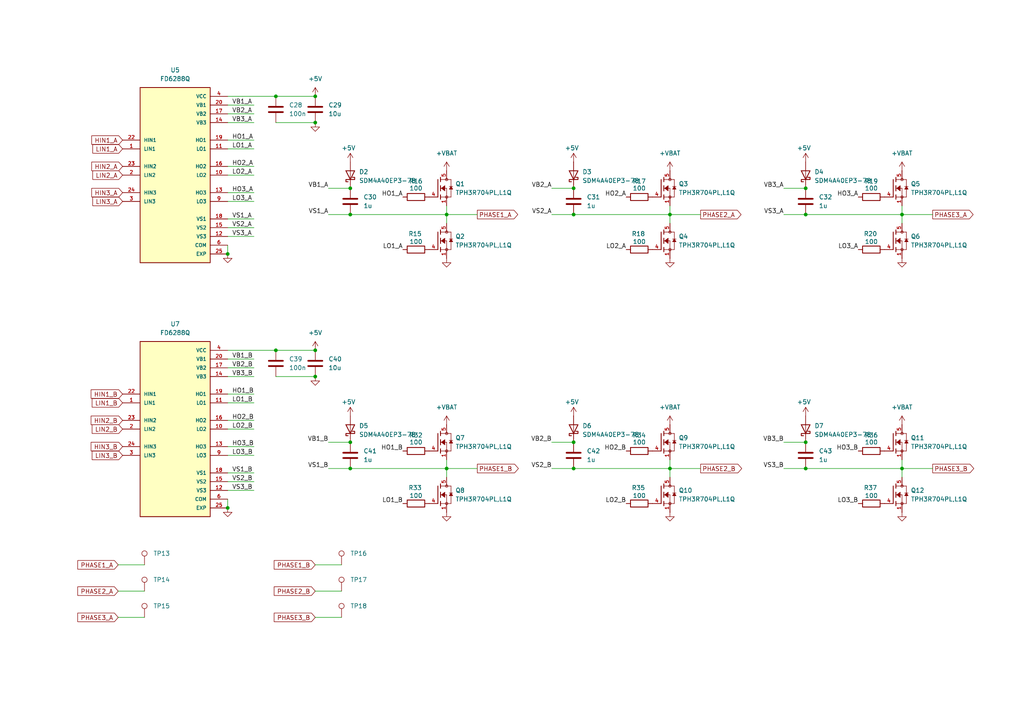
<source format=kicad_sch>
(kicad_sch (version 20231120) (generator "eeschema") (generator_version "8.0")
  (paper "A4")
  (lib_symbols
    (symbol "Connector:TestPoint" (pin_numbers hide) (pin_names (offset 0.762) hide)
      (property "Reference" "TP" (at 0 6.858 0))
      (property "Value" "TestPoint" (at 0 5.08 0))
      (symbol "TestPoint_0_1"
        (circle (center 0 3.302) (radius 0.762))
      )
      (symbol "TestPoint_1_1"
        (pin passive line (at 0 0 90) (length 2.54) (name "1") (number "1"))
      )
    )
    (symbol "Device:C" (pin_numbers hide) (pin_names (offset 0.254))
      (property "Reference" "C" (at 0.635 2.54 0))
      (property "Value" "C" (at 0.635 -2.54 0))
      (symbol "C_0_1"
        (polyline (pts (xy -2.032 -0.762) (xy 2.032 -0.762)) (stroke (width 0.508)))
        (polyline (pts (xy -2.032 0.762) (xy 2.032 0.762)) (stroke (width 0.508)))
      )
      (symbol "C_1_1"
        (pin passive line (at 0 3.81 270) (length 2.794) (name "~") (number "1"))
        (pin passive line (at 0 -3.81 90) (length 2.794) (name "~") (number "2"))
      )
    )
    (symbol "Device:D_Schottky" (pin_numbers hide) (pin_names (offset 1.016) hide)
      (property "Reference" "D" (at 0 2.54 0))
      (property "Value" "D_Schottky" (at 0 -2.54 0))
      (symbol "D_Schottky_0_1"
        (polyline (pts (xy 1.27 0) (xy -1.27 0)))
        (polyline (pts (xy 1.27 1.27) (xy 1.27 -1.27) (xy -1.27 0) (xy 1.27 1.27)) (stroke (width 0.254)))
        (polyline (pts (xy -1.905 0.635) (xy -1.905 1.27) (xy -1.27 1.27) (xy -1.27 -1.27) (xy -0.635 -1.27) (xy -0.635 -0.635)) (stroke (width 0.254)))
      )
      (symbol "D_Schottky_1_1"
        (pin passive line (at -3.81 0 0) (length 2.54) (name "K") (number "1"))
        (pin passive line (at 3.81 0 180) (length 2.54) (name "A") (number "2"))
      )
    )
    (symbol "Device:R" (pin_numbers hide) (pin_names (offset 0))
      (property "Reference" "R" (at 2.032 0 90))
      (property "Value" "R" (at 0 0 90))
      (symbol "R_0_1"
        (rectangle (start -1.016 -2.54) (end 1.016 2.54) (stroke (width 0.254)))
      )
      (symbol "R_1_1"
        (pin passive line (at 0 3.81 270) (length 1.27) (name "~") (number "1"))
        (pin passive line (at 0 -3.81 90) (length 1.27) (name "~") (number "2"))
      )
    )
    (symbol "ProjectLibrary:FD6288Q" (pin_names (offset 1.016))
      (property "Reference" "U" (at -10.16 26.035 0))
      (property "Value" "FD6288Q" (at -10.16 -27.94 0))
      (symbol "FD6288Q_0_0"
        (rectangle (start -10.16 -25.4) (end 10.16 25.4) (stroke (width 0.254)) (fill (type background)))
        (pin input line (at -15.24 7.62 0) (length 5.08) (name "LIN1") (number "1"))
        (pin output line (at 15.24 0 180) (length 5.08) (name "LO2") (number "10"))
        (pin output line (at 15.24 7.62 180) (length 5.08) (name "LO1") (number "11"))
        (pin power_in line (at 15.24 -17.78 180) (length 5.08) (name "VS3") (number "12"))
        (pin output line (at 15.24 -5.08 180) (length 5.08) (name "HO3") (number "13"))
        (pin power_in line (at 15.24 15.24 180) (length 5.08) (name "VB3") (number "14"))
        (pin power_in line (at 15.24 -15.24 180) (length 5.08) (name "VS2") (number "15"))
        (pin output line (at 15.24 2.54 180) (length 5.08) (name "HO2") (number "16"))
        (pin power_in line (at 15.24 17.78 180) (length 5.08) (name "VB2") (number "17"))
        (pin power_in line (at 15.24 -12.7 180) (length 5.08) (name "VS1") (number "18"))
        (pin output line (at 15.24 10.16 180) (length 5.08) (name "HO1") (number "19"))
        (pin input line (at -15.24 0 0) (length 5.08) (name "LIN2") (number "2"))
        (pin power_in line (at 15.24 20.32 180) (length 5.08) (name "VB1") (number "20"))
        (pin input line (at -15.24 10.16 0) (length 5.08) (name "HIN1") (number "22"))
        (pin input line (at -15.24 2.54 0) (length 5.08) (name "HIN2") (number "23"))
        (pin input line (at -15.24 -5.08 0) (length 5.08) (name "HIN3") (number "24"))
        (pin power_in line (at 15.24 -22.86 180) (length 5.08) (name "EXP") (number "25"))
        (pin input line (at -15.24 -7.62 0) (length 5.08) (name "LIN3") (number "3"))
        (pin power_in line (at 15.24 22.86 180) (length 5.08) (name "VCC") (number "4"))
        (pin power_in line (at 15.24 -20.32 180) (length 5.08) (name "COM") (number "6"))
        (pin output line (at 15.24 -7.62 180) (length 5.08) (name "LO3") (number "9"))
      )
    )
    (symbol "ProjectLibrary:TPHR8504PL_L1Q" (pin_names (offset 1.016))
      (property "Reference" "Q" (at 2.286 2.286 0))
      (property "Value" "TPHR8504PL_L1Q" (at -11.43 -7.62 0))
      (symbol "TPHR8504PL_L1Q_0_0"
        (circle (center 0 -2.54) (radius 0.3592))
        (polyline (pts (xy -2.54 2.54) (xy -2.54 -2.54)) (stroke (width 0.254)))
        (polyline (pts (xy -1.778 -2.54) (xy -1.778 -3.175)) (stroke (width 0.254)))
        (polyline (pts (xy -1.778 -1.905) (xy -1.778 -2.54)) (stroke (width 0.254)))
        (polyline (pts (xy -1.778 0) (xy -1.778 -0.762)) (stroke (width 0.254)))
        (polyline (pts (xy -1.778 0) (xy 0 0)) (stroke (width 0.1524)))
        (polyline (pts (xy -1.778 0.762) (xy -1.778 0)) (stroke (width 0.254)))
        (polyline (pts (xy -1.778 2.54) (xy -1.778 1.905)) (stroke (width 0.254)))
        (polyline (pts (xy -1.778 2.54) (xy 1.27 2.54)) (stroke (width 0.1524)))
        (polyline (pts (xy -1.778 3.175) (xy -1.778 2.54)) (stroke (width 0.254)))
        (polyline (pts (xy 0 -2.54) (xy -1.778 -2.54)) (stroke (width 0.1524)))
        (polyline (pts (xy 0 -2.54) (xy 1.27 -2.54)) (stroke (width 0.1524)))
        (polyline (pts (xy 0 0) (xy 0 -2.54)) (stroke (width 0.1524)))
        (polyline (pts (xy 1.27 0.508) (xy 0.762 0.508)) (stroke (width 0.1524)))
        (polyline (pts (xy 1.27 0.508) (xy 1.27 -2.54)) (stroke (width 0.1524)))
        (polyline (pts (xy 1.27 2.54) (xy 1.27 0.508)) (stroke (width 0.1524)))
        (polyline (pts (xy 1.778 0.508) (xy 1.27 0.508)) (stroke (width 0.1524)))
        (polyline (pts (xy -1.524 0) (xy -0.508 0.762) (xy -0.508 -0.762) (xy -1.524 0)) (stroke (width 0.1524)) (fill (type outline)))
        (polyline (pts (xy 1.27 0.508) (xy 0.762 -0.254) (xy 1.778 -0.254) (xy 1.27 0.508)) (stroke (width 0.1524)) (fill (type outline)))
        (circle (center 0 2.54) (radius 0.3592))
        (pin passive line (at 0 -5.08 90) (length 2.54) (name "~") (number "1"))
        (pin passive line (at -5.08 -2.54 0) (length 2.54) (name "~") (number "4"))
        (pin passive line (at 0 5.08 270) (length 2.54) (name "~") (number "5"))
      )
    )
    (symbol "power:+5V" (power) (pin_numbers hide) (pin_names (offset 0) hide)
      (property "Value" "+5V" (at 0 3.556 0))
      (symbol "+5V_0_1"
        (polyline (pts (xy -0.762 1.27) (xy 0 2.54)))
        (polyline (pts (xy 0 0) (xy 0 2.54)))
        (polyline (pts (xy 0 2.54) (xy 0.762 1.27)))
      )
      (symbol "+5V_1_1"
        (pin power_in line (at 0 0 90) (length 0) (name "~") (number "1"))
      )
    )
    (symbol "power:+BATT" (power) (pin_numbers hide) (pin_names (offset 0) hide)
      (property "Value" "+BATT" (at 0 3.556 0))
      (symbol "+BATT_0_1"
        (polyline (pts (xy -0.762 1.27) (xy 0 2.54)))
        (polyline (pts (xy 0 0) (xy 0 2.54)))
        (polyline (pts (xy 0 2.54) (xy 0.762 1.27)))
      )
      (symbol "+BATT_1_1"
        (pin power_in line (at 0 0 90) (length 0) (name "~") (number "1"))
      )
    )
    (symbol "power:GND" (power) (pin_numbers hide) (pin_names (offset 0) hide)
      (property "Value" "GND" (at 0 -3.81 0))
      (symbol "GND_0_1"
        (polyline (pts (xy 0 0) (xy 0 -1.27) (xy 1.27 -1.27) (xy 0 -2.54) (xy -1.27 -1.27) (xy 0 -1.27)))
      )
      (symbol "GND_1_1"
        (pin power_in line (at 0 0 270) (length 0) (name "~") (number "1"))
      )
    )
  )
  (junction (at 129.54 135.89))
  (junction (at 233.68 54.61))
  (junction (at 166.37 128.27))
  (junction (at 80.01 101.6))
  (junction (at 101.6 62.23))
  (junction (at 101.6 135.89))
  (junction (at 166.37 135.89))
  (junction (at 91.44 27.94))
  (junction (at 233.68 62.23))
  (junction (at 66.04 147.32))
  (junction (at 166.37 62.23))
  (junction (at 261.62 135.89))
  (junction (at 233.68 135.89))
  (junction (at 80.01 27.94))
  (junction (at 233.68 128.27))
  (junction (at 129.54 62.23))
  (junction (at 194.31 62.23))
  (junction (at 101.6 54.61))
  (junction (at 194.31 135.89))
  (junction (at 261.62 62.23))
  (junction (at 66.04 73.66))
  (junction (at 91.44 35.56))
  (junction (at 166.37 54.61))
  (junction (at 91.44 101.6))
  (junction (at 91.44 109.22))
  (junction (at 101.6 128.27))
  (wire (pts (xy 80.01 35.56) (xy 91.44 35.56)))
  (wire (pts (xy 261.62 135.89) (xy 270.51 135.89)))
  (wire (pts (xy 101.6 62.23) (xy 129.54 62.23)))
  (wire (pts (xy 129.54 59.69) (xy 129.54 62.23)))
  (wire (pts (xy 194.31 62.23) (xy 194.31 64.77)))
  (wire (pts (xy 66.04 114.3) (xy 73.66 114.3)))
  (wire (pts (xy 66.04 48.26) (xy 73.66 48.26)))
  (wire (pts (xy 261.62 62.23) (xy 261.62 64.77)))
  (wire (pts (xy 261.62 59.69) (xy 261.62 62.23)))
  (wire (pts (xy 95.25 135.89) (xy 101.6 135.89)))
  (wire (pts (xy 160.02 135.89) (xy 166.37 135.89)))
  (wire (pts (xy 160.02 62.23) (xy 166.37 62.23)))
  (wire (pts (xy 66.04 109.22) (xy 73.66 109.22)))
  (wire (pts (xy 95.25 54.61) (xy 101.6 54.61)))
  (wire (pts (xy 233.68 135.89) (xy 261.62 135.89)))
  (wire (pts (xy 66.04 43.18) (xy 73.66 43.18)))
  (wire (pts (xy 166.37 135.89) (xy 194.31 135.89)))
  (wire (pts (xy 261.62 133.35) (xy 261.62 135.89)))
  (wire (pts (xy 129.54 135.89) (xy 138.43 135.89)))
  (wire (pts (xy 227.33 62.23) (xy 233.68 62.23)))
  (wire (pts (xy 66.04 58.42) (xy 73.66 58.42)))
  (wire (pts (xy 34.29 171.45) (xy 41.91 171.45)))
  (wire (pts (xy 194.31 59.69) (xy 194.31 62.23)))
  (wire (pts (xy 66.04 132.08) (xy 73.66 132.08)))
  (wire (pts (xy 91.44 163.83) (xy 99.06 163.83)))
  (wire (pts (xy 95.25 128.27) (xy 101.6 128.27)))
  (wire (pts (xy 66.04 121.92) (xy 73.66 121.92)))
  (wire (pts (xy 66.04 27.94) (xy 80.01 27.94)))
  (wire (pts (xy 66.04 66.04) (xy 73.66 66.04)))
  (wire (pts (xy 66.04 101.6) (xy 80.01 101.6)))
  (wire (pts (xy 80.01 27.94) (xy 91.44 27.94)))
  (wire (pts (xy 66.04 139.7) (xy 73.66 139.7)))
  (wire (pts (xy 129.54 133.35) (xy 129.54 135.89)))
  (wire (pts (xy 80.01 101.6) (xy 91.44 101.6)))
  (wire (pts (xy 66.04 71.12) (xy 66.04 73.66)))
  (wire (pts (xy 66.04 40.64) (xy 73.66 40.64)))
  (wire (pts (xy 66.04 68.58) (xy 73.66 68.58)))
  (wire (pts (xy 66.04 35.56) (xy 73.66 35.56)))
  (wire (pts (xy 66.04 124.46) (xy 73.66 124.46)))
  (wire (pts (xy 101.6 135.89) (xy 129.54 135.89)))
  (wire (pts (xy 227.33 128.27) (xy 233.68 128.27)))
  (wire (pts (xy 129.54 62.23) (xy 129.54 64.77)))
  (wire (pts (xy 160.02 54.61) (xy 166.37 54.61)))
  (wire (pts (xy 261.62 135.89) (xy 261.62 138.43)))
  (wire (pts (xy 80.01 109.22) (xy 91.44 109.22)))
  (wire (pts (xy 129.54 62.23) (xy 138.43 62.23)))
  (wire (pts (xy 66.04 116.84) (xy 73.66 116.84)))
  (wire (pts (xy 66.04 106.68) (xy 73.66 106.68)))
  (wire (pts (xy 66.04 30.48) (xy 73.66 30.48)))
  (wire (pts (xy 66.04 142.24) (xy 73.66 142.24)))
  (wire (pts (xy 91.44 171.45) (xy 99.06 171.45)))
  (wire (pts (xy 194.31 135.89) (xy 194.31 138.43)))
  (wire (pts (xy 66.04 50.8) (xy 73.66 50.8)))
  (wire (pts (xy 66.04 129.54) (xy 73.66 129.54)))
  (wire (pts (xy 233.68 62.23) (xy 261.62 62.23)))
  (wire (pts (xy 194.31 62.23) (xy 203.2 62.23)))
  (wire (pts (xy 227.33 54.61) (xy 233.68 54.61)))
  (wire (pts (xy 34.29 163.83) (xy 41.91 163.83)))
  (wire (pts (xy 66.04 33.02) (xy 73.66 33.02)))
  (wire (pts (xy 66.04 63.5) (xy 73.66 63.5)))
  (wire (pts (xy 34.29 179.07) (xy 41.91 179.07)))
  (wire (pts (xy 166.37 62.23) (xy 194.31 62.23)))
  (wire (pts (xy 227.33 135.89) (xy 233.68 135.89)))
  (wire (pts (xy 66.04 55.88) (xy 73.66 55.88)))
  (wire (pts (xy 261.62 62.23) (xy 270.51 62.23)))
  (wire (pts (xy 194.31 133.35) (xy 194.31 135.89)))
  (wire (pts (xy 91.44 179.07) (xy 99.06 179.07)))
  (wire (pts (xy 66.04 137.16) (xy 73.66 137.16)))
  (wire (pts (xy 160.02 128.27) (xy 166.37 128.27)))
  (wire (pts (xy 66.04 144.78) (xy 66.04 147.32)))
  (wire (pts (xy 95.25 62.23) (xy 101.6 62.23)))
  (wire (pts (xy 129.54 135.89) (xy 129.54 138.43)))
  (wire (pts (xy 194.31 135.89) (xy 203.2 135.89)))
  (wire (pts (xy 66.04 104.14) (xy 73.66 104.14)))
  (label "HO3_B" (at 248.92 130.81 180))
  (label "VB3_B" (at 227.33 128.27 180))
  (label "HO1_B" (at 67.31 114.3 0))
  (label "VS2_B" (at 160.02 135.89 180))
  (label "VB2_A" (at 160.02 54.61 180))
  (label "VB1_B" (at 95.25 128.27 180))
  (label "HO3_B" (at 67.31 129.54 0))
  (label "VS1_A" (at 95.25 62.23 180))
  (label "VS3_B" (at 67.31 142.24 0))
  (label "VS2_A" (at 160.02 62.23 180))
  (label "VB3_A" (at 67.31 35.56 0))
  (label "VS1_B" (at 95.25 135.89 180))
  (label "HO3_A" (at 67.31 55.88 0))
  (label "HO1_A" (at 116.84 57.15 180))
  (label "VS1_B" (at 67.31 137.16 0))
  (label "VS3_A" (at 67.31 68.58 0))
  (label "VB3_B" (at 67.31 109.22 0))
  (label "VB2_B" (at 160.02 128.27 180))
  (label "VB1_A" (at 67.31 30.48 0))
  (label "VS3_B" (at 227.33 135.89 180))
  (label "HO1_A" (at 67.31 40.64 0))
  (label "LO3_B" (at 248.92 146.05 180))
  (label "LO3_A" (at 67.31 58.42 0))
  (label "LO2_B" (at 181.61 146.05 180))
  (label "LO1_B" (at 116.84 146.05 180))
  (label "VB2_A" (at 67.31 33.02 0))
  (label "LO3_A" (at 248.92 72.39 180))
  (label "VB1_B" (at 67.31 104.14 0))
  (label "HO2_B" (at 181.61 130.81 180))
  (label "LO2_B" (at 67.31 124.46 0))
  (label "VB3_A" (at 227.33 54.61 180))
  (label "LO3_B" (at 67.31 132.08 0))
  (label "HO2_A" (at 181.61 57.15 180))
  (label "LO1_A" (at 67.31 43.18 0))
  (label "LO1_B" (at 67.31 116.84 0))
  (label "VS3_A" (at 227.33 62.23 180))
  (label "HO2_B" (at 67.31 121.92 0))
  (label "VS2_B" (at 67.31 139.7 0))
  (label "VS1_A" (at 67.31 63.5 0))
  (label "HO2_A" (at 67.31 48.26 0))
  (label "HO3_A" (at 248.92 57.15 180))
  (label "LO2_A" (at 181.61 72.39 180))
  (label "VB2_B" (at 67.31 106.68 0))
  (label "HO1_B" (at 116.84 130.81 180))
  (label "VS2_A" (at 67.31 66.04 0))
  (label "VB1_A" (at 95.25 54.61 180))
  (label "LO1_A" (at 116.84 72.39 180))
  (label "LO2_A" (at 67.31 50.8 0))
  (global_label "PHASE3_A" (shape input) (at 34.29 179.07 180) (property "Intersheetrefs" "${INTERSHEET_REFS}" (effects (hide yes))))
  (global_label "PHASE2_A" (shape input) (at 34.29 171.45 180) (property "Intersheetrefs" "${INTERSHEET_REFS}" (effects (hide yes))))
  (global_label "HIN1_B" (shape input) (at 35.56 114.3 180) (property "Intersheetrefs" "${INTERSHEET_REFS}" (effects (hide yes))))
  (global_label "LIN3_A" (shape input) (at 35.56 58.42 180) (property "Intersheetrefs" "${INTERSHEET_REFS}" (effects (hide yes))))
  (global_label "PHASE1_B" (shape output) (at 138.43 135.89 0) (property "Intersheetrefs" "${INTERSHEET_REFS}" (effects (hide yes))))
  (global_label "LIN1_A" (shape input) (at 35.56 43.18 180) (property "Intersheetrefs" "${INTERSHEET_REFS}" (effects (hide yes))))
  (global_label "LIN2_A" (shape input) (at 35.56 50.8 180) (property "Intersheetrefs" "${INTERSHEET_REFS}" (effects (hide yes))))
  (global_label "PHASE1_A" (shape input) (at 34.29 163.83 180) (property "Intersheetrefs" "${INTERSHEET_REFS}" (effects (hide yes))))
  (global_label "PHASE1_A" (shape output) (at 138.43 62.23 0) (property "Intersheetrefs" "${INTERSHEET_REFS}" (effects (hide yes))))
  (global_label "HIN2_B" (shape input) (at 35.56 121.92 180) (property "Intersheetrefs" "${INTERSHEET_REFS}" (effects (hide yes))))
  (global_label "HIN3_A" (shape input) (at 35.56 55.88 180) (property "Intersheetrefs" "${INTERSHEET_REFS}" (effects (hide yes))))
  (global_label "LIN2_B" (shape input) (at 35.56 124.46 180) (property "Intersheetrefs" "${INTERSHEET_REFS}" (effects (hide yes))))
  (global_label "PHASE1_B" (shape input) (at 91.44 163.83 180) (property "Intersheetrefs" "${INTERSHEET_REFS}" (effects (hide yes))))
  (global_label "PHASE2_B" (shape input) (at 91.44 171.45 180) (property "Intersheetrefs" "${INTERSHEET_REFS}" (effects (hide yes))))
  (global_label "HIN3_B" (shape input) (at 35.56 129.54 180) (property "Intersheetrefs" "${INTERSHEET_REFS}" (effects (hide yes))))
  (global_label "HIN1_A" (shape input) (at 35.56 40.64 180) (property "Intersheetrefs" "${INTERSHEET_REFS}" (effects (hide yes))))
  (global_label "HIN2_A" (shape input) (at 35.56 48.26 180) (property "Intersheetrefs" "${INTERSHEET_REFS}" (effects (hide yes))))
  (global_label "PHASE2_A" (shape output) (at 203.2 62.23 0) (property "Intersheetrefs" "${INTERSHEET_REFS}" (effects (hide yes))))
  (global_label "LIN3_B" (shape input) (at 35.56 132.08 180) (property "Intersheetrefs" "${INTERSHEET_REFS}" (effects (hide yes))))
  (global_label "PHASE3_B" (shape output) (at 270.51 135.89 0) (property "Intersheetrefs" "${INTERSHEET_REFS}" (effects (hide yes))))
  (global_label "PHASE3_B" (shape input) (at 91.44 179.07 180) (property "Intersheetrefs" "${INTERSHEET_REFS}" (effects (hide yes))))
  (global_label "LIN1_B" (shape input) (at 35.56 116.84 180) (property "Intersheetrefs" "${INTERSHEET_REFS}" (effects (hide yes))))
  (global_label "PHASE2_B" (shape output) (at 203.2 135.89 0) (property "Intersheetrefs" "${INTERSHEET_REFS}" (effects (hide yes))))
  (global_label "PHASE3_A" (shape output) (at 270.51 62.23 0) (property "Intersheetrefs" "${INTERSHEET_REFS}" (effects (hide yes))))
  (symbol (lib_id "Device:D_Schottky") (at 101.6 50.8 90) (unit 1)
    (property "Reference" "D2" (at 104.14 49.8474 90) (effects (justify right)))
    (property "Value" "SDM4A40EP3-7B" (at 104.14 52.3874 90) (effects (justify right)))
    (property "Footprint" "Diode_SMD:D_0603_1608Metric" (effects (hide yes)))
    (property "Description" "Schottky diode" (effects (hide yes)))
    (property "Manufacturer" "Diodes" (effects (hide yes)))
    (property "Part Number" "SDM4A40EP3-7B" (effects (hide yes)))
    (property "Amps" "4" (effects (hide yes)))
    (property "Voltage" "40" (effects (hide yes)))
  )
  (symbol (lib_id "power:GND") (at 129.54 148.59 0) (unit 1)
    (property "Reference" "#PWR081" (effects (hide yes)))
    (property "Value" "GND" (effects (hide yes)))
    (property "Description" "Power symbol creates a global label with name \"GND\" , ground" (effects (hide yes)))
  )
  (symbol (lib_id "Device:C") (at 91.44 105.41 0) (unit 1)
    (property "Reference" "C40" (at 95.25 104.1399 0) (effects (justify left)))
    (property "Value" "10u" (at 95.25 106.6799 0) (effects (justify left)))
    (property "Footprint" "Capacitor_SMD:C_0402_1005Metric" (effects (hide yes)))
    (property "Description" "Unpolarized capacitor" (effects (hide yes)))
    (property "Part Number" "GRM155R61E102KA01D" (effects (hide yes)))
    (property "Manufacturer" "YAGEO" (effects (hide yes)))
    (property "Voltage" "10" (effects (hide yes)))
  )
  (symbol (lib_id "ProjectLibrary:TPHR8504PL_L1Q") (at 194.31 128.27 0) (unit 1)
    (property "Reference" "Q9" (at 196.85 126.9999 0) (effects (justify left)))
    (property "Value" "TPH3R704PL,L1Q" (at 196.85 129.5399 0) (effects (justify left)))
    (property "Footprint" "ProjectLibrary:TRANS_TPHR8504PL_L1Q" (effects (hide yes)))
    (property "PARTREV" "3" (effects (hide yes)))
    (property "STANDARD" "Manufacturer Recommendations" (effects (hide yes)))
    (property "MANUFACTURER" "TOSHIBA" (effects (hide yes)))
    (property "Manufacturer" "Toshiba" (effects (hide yes)))
    (property "Part Number" "TPH3R704PL,L1Q" (effects (hide yes)))
  )
  (symbol (lib_id "Device:D_Schottky") (at 166.37 50.8 90) (unit 1)
    (property "Reference" "D3" (at 168.91 49.8474 90) (effects (justify right)))
    (property "Value" "SDM4A40EP3-7B" (at 168.91 52.3874 90) (effects (justify right)))
    (property "Footprint" "Diode_SMD:D_0603_1608Metric" (effects (hide yes)))
    (property "Description" "Schottky diode" (effects (hide yes)))
    (property "Manufacturer" "Diodes" (effects (hide yes)))
    (property "Part Number" "SDM4A40EP3-7B" (effects (hide yes)))
    (property "Amps" "4" (effects (hide yes)))
    (property "Voltage" "40" (effects (hide yes)))
  )
  (symbol (lib_id "Device:R") (at 185.42 146.05 270) (unit 1)
    (property "Reference" "R35" (at 185.166 141.478 90))
    (property "Value" "100" (at 185.42 143.764 90))
    (property "Footprint" "Resistor_SMD:R_0603_1608Metric" (effects (hide yes)))
    (property "Description" "Resistor" (effects (hide yes)))
    (property "Manufacturer" "YAGEO" (effects (hide yes)))
    (property "Part Number" "RC0603FR-07100RL" (effects (hide yes)))
  )
  (symbol (lib_id "ProjectLibrary:TPHR8504PL_L1Q") (at 261.62 128.27 0) (unit 1)
    (property "Reference" "Q11" (at 264.16 126.9999 0) (effects (justify left)))
    (property "Value" "TPH3R704PL,L1Q" (at 264.16 129.5399 0) (effects (justify left)))
    (property "Footprint" "ProjectLibrary:TRANS_TPHR8504PL_L1Q" (effects (hide yes)))
    (property "PARTREV" "3" (effects (hide yes)))
    (property "STANDARD" "Manufacturer Recommendations" (effects (hide yes)))
    (property "MANUFACTURER" "TOSHIBA" (effects (hide yes)))
    (property "Manufacturer" "Toshiba" (effects (hide yes)))
    (property "Part Number" "TPH3R704PL,L1Q" (effects (hide yes)))
  )
  (symbol (lib_id "ProjectLibrary:TPHR8504PL_L1Q") (at 194.31 54.61 0) (unit 1)
    (property "Reference" "Q3" (at 196.85 53.3399 0) (effects (justify left)))
    (property "Value" "TPH3R704PL,L1Q" (at 196.85 55.8799 0) (effects (justify left)))
    (property "Footprint" "ProjectLibrary:TRANS_TPHR8504PL_L1Q" (effects (hide yes)))
    (property "PARTREV" "3" (effects (hide yes)))
    (property "STANDARD" "Manufacturer Recommendations" (effects (hide yes)))
    (property "MANUFACTURER" "TOSHIBA" (effects (hide yes)))
    (property "Manufacturer" "Toshiba" (effects (hide yes)))
    (property "Part Number" "TPH3R704PL,L1Q" (effects (hide yes)))
  )
  (symbol (lib_id "Connector:TestPoint") (at 99.06 171.45 0) (unit 1) (in_bom no)
    (property "Reference" "TP17" (at 101.6 168.1479 0) (effects (justify left)))
    (property "Value" "TestPoint" (effects (hide yes)))
    (property "Footprint" "ProjectLibrary:TestPoint_THTPad_4.0x4.0mm" (effects (hide yes)))
    (property "Description" "test point" (effects (hide yes)))
  )
  (symbol (lib_id "ProjectLibrary:TPHR8504PL_L1Q") (at 261.62 54.61 0) (unit 1)
    (property "Reference" "Q5" (at 264.16 53.3399 0) (effects (justify left)))
    (property "Value" "TPH3R704PL,L1Q" (at 264.16 55.8799 0) (effects (justify left)))
    (property "Footprint" "ProjectLibrary:TRANS_TPHR8504PL_L1Q" (effects (hide yes)))
    (property "PARTREV" "3" (effects (hide yes)))
    (property "STANDARD" "Manufacturer Recommendations" (effects (hide yes)))
    (property "MANUFACTURER" "TOSHIBA" (effects (hide yes)))
    (property "Manufacturer" "Toshiba" (effects (hide yes)))
    (property "Part Number" "TPH3R704PL,L1Q" (effects (hide yes)))
  )
  (symbol (lib_id "Connector:TestPoint") (at 99.06 163.83 0) (unit 1) (in_bom no)
    (property "Reference" "TP16" (at 101.6 160.5279 0) (effects (justify left)))
    (property "Value" "TestPoint" (effects (hide yes)))
    (property "Footprint" "ProjectLibrary:TestPoint_THTPad_4.0x4.0mm" (effects (hide yes)))
    (property "Description" "test point" (effects (hide yes)))
  )
  (symbol (lib_id "power:GND") (at 91.44 35.56 0) (unit 1)
    (property "Reference" "#PWR054" (effects (hide yes)))
    (property "Value" "GND" (effects (hide yes)))
    (property "Description" "Power symbol creates a global label with name \"GND\" , ground" (effects (hide yes)))
  )
  (symbol (lib_id "Device:R") (at 252.73 72.39 270) (unit 1)
    (property "Reference" "R20" (at 252.476 67.818 90))
    (property "Value" "100" (at 252.73 70.104 90))
    (property "Footprint" "Resistor_SMD:R_0603_1608Metric" (effects (hide yes)))
    (property "Description" "Resistor" (effects (hide yes)))
    (property "Manufacturer" "YAGEO" (effects (hide yes)))
    (property "Part Number" "RC0603FR-07100RL" (effects (hide yes)))
  )
  (symbol (lib_id "power:+5V") (at 101.6 120.65 0) (unit 1)
    (property "Reference" "#PWR079" (effects (hide yes)))
    (property "Value" "+5V" (at 101.092 116.586 0))
    (property "Description" "Power symbol creates a global label with name \"+5V\"" (effects (hide yes)))
  )
  (symbol (lib_id "Device:D_Schottky") (at 101.6 124.46 90) (unit 1)
    (property "Reference" "D5" (at 104.14 123.5074 90) (effects (justify right)))
    (property "Value" "SDM4A40EP3-7B" (at 104.14 126.0474 90) (effects (justify right)))
    (property "Footprint" "Diode_SMD:D_0603_1608Metric" (effects (hide yes)))
    (property "Description" "Schottky diode" (effects (hide yes)))
    (property "Manufacturer" "Diodes" (effects (hide yes)))
    (property "Part Number" "SDM4A40EP3-7B" (effects (hide yes)))
    (property "Amps" "4" (effects (hide yes)))
    (property "Voltage" "40" (effects (hide yes)))
  )
  (symbol (lib_id "power:+BATT") (at 129.54 123.19 0) (mirror y) (unit 1)
    (property "Reference" "#PWR080" (effects (hide yes)))
    (property "Value" "+VBAT" (at 129.54 118.11 0))
    (property "Description" "Power symbol creates a global label with name \"+BATT\"" (effects (hide yes)))
  )
  (symbol (lib_id "Device:R") (at 185.42 72.39 270) (unit 1)
    (property "Reference" "R18" (at 185.166 67.818 90))
    (property "Value" "100" (at 185.42 70.104 90))
    (property "Footprint" "Resistor_SMD:R_0603_1608Metric" (effects (hide yes)))
    (property "Description" "Resistor" (effects (hide yes)))
    (property "Manufacturer" "YAGEO" (effects (hide yes)))
    (property "Part Number" "RC0603FR-07100RL" (effects (hide yes)))
  )
  (symbol (lib_id "ProjectLibrary:TPHR8504PL_L1Q") (at 261.62 69.85 0) (unit 1)
    (property "Reference" "Q6" (at 264.16 68.5799 0) (effects (justify left)))
    (property "Value" "TPH3R704PL,L1Q" (at 264.16 71.1199 0) (effects (justify left)))
    (property "Footprint" "ProjectLibrary:TRANS_TPHR8504PL_L1Q" (effects (hide yes)))
    (property "PARTREV" "3" (effects (hide yes)))
    (property "STANDARD" "Manufacturer Recommendations" (effects (hide yes)))
    (property "MANUFACTURER" "TOSHIBA" (effects (hide yes)))
    (property "Manufacturer" "Toshiba" (effects (hide yes)))
    (property "Part Number" "TPH3R704PL,L1Q" (effects (hide yes)))
  )
  (symbol (lib_id "ProjectLibrary:TPHR8504PL_L1Q") (at 194.31 143.51 0) (unit 1)
    (property "Reference" "Q10" (at 196.85 142.2399 0) (effects (justify left)))
    (property "Value" "TPH3R704PL,L1Q" (at 196.85 144.7799 0) (effects (justify left)))
    (property "Footprint" "ProjectLibrary:TRANS_TPHR8504PL_L1Q" (effects (hide yes)))
    (property "PARTREV" "3" (effects (hide yes)))
    (property "STANDARD" "Manufacturer Recommendations" (effects (hide yes)))
    (property "MANUFACTURER" "TOSHIBA" (effects (hide yes)))
    (property "Manufacturer" "Toshiba" (effects (hide yes)))
    (property "Part Number" "TPH3R704PL,L1Q" (effects (hide yes)))
  )
  (symbol (lib_id "power:+5V") (at 233.68 120.65 0) (unit 1)
    (property "Reference" "#PWR085" (effects (hide yes)))
    (property "Value" "+5V" (at 233.172 116.586 0))
    (property "Description" "Power symbol creates a global label with name \"+5V\"" (effects (hide yes)))
  )
  (symbol (lib_id "ProjectLibrary:FD6288Q") (at 50.8 50.8 0) (unit 1)
    (property "Reference" "U5" (at 50.8 20.32 0))
    (property "Value" "FD6288Q" (at 50.8 22.86 0))
    (property "Footprint" "ProjectLibrary:QFN50P400X400X90-25N" (effects (hide yes)))
    (property "MF" "Fortior Tech" (effects (hide yes)))
    (property "Description_1" "\nMOS Drivers QFN-24\n" (effects (hide yes)))
    (property "Package" "Package" (effects (hide yes)))
    (property "Price" "None" (effects (hide yes)))
    (property "Check_prices" "https://www.snapeda.com/parts/FD6288Q/Fortior+Tech/view-part/?ref=eda" (effects (hide yes)))
    (property "STANDARD" "IPC-7351B" (effects (hide yes)))
    (property "SnapEDA_Link" "https://www.snapeda.com/parts/FD6288Q/Fortior+Tech/view-part/?ref=snap" (effects (hide yes)))
    (property "MP" "FD6288Q" (effects (hide yes)))
    (property "Availability" "Not in stock" (effects (hide yes)))
    (property "MANUFACTURER" "Fortior Tech" (effects (hide yes)))
    (property "Manufacturer" "Fortidor" (effects (hide yes)))
    (property "Part Number" "FD6288Q" (effects (hide yes)))
  )
  (symbol (lib_id "Device:R") (at 120.65 72.39 270) (unit 1)
    (property "Reference" "R15" (at 120.396 67.818 90))
    (property "Value" "100" (at 120.65 70.104 90))
    (property "Footprint" "Resistor_SMD:R_0603_1608Metric" (effects (hide yes)))
    (property "Description" "Resistor" (effects (hide yes)))
    (property "Manufacturer" "YAGEO" (effects (hide yes)))
    (property "Part Number" "RC0603FR-07100RL" (effects (hide yes)))
  )
  (symbol (lib_id "power:+BATT") (at 261.62 123.19 0) (mirror y) (unit 1)
    (property "Reference" "#PWR086" (effects (hide yes)))
    (property "Value" "+VBAT" (at 261.62 118.11 0))
    (property "Description" "Power symbol creates a global label with name \"+BATT\"" (effects (hide yes)))
  )
  (symbol (lib_id "power:GND") (at 261.62 148.59 0) (unit 1)
    (property "Reference" "#PWR087" (effects (hide yes)))
    (property "Value" "GND" (effects (hide yes)))
    (property "Description" "Power symbol creates a global label with name \"GND\" , ground" (effects (hide yes)))
  )
  (symbol (lib_id "Device:R") (at 120.65 130.81 270) (unit 1)
    (property "Reference" "R32" (at 120.65 126.238 90))
    (property "Value" "100" (at 120.65 128.27 90))
    (property "Footprint" "Resistor_SMD:R_0603_1608Metric" (effects (hide yes)))
    (property "Description" "Resistor" (effects (hide yes)))
    (property "Manufacturer" "YAGEO" (effects (hide yes)))
    (property "Part Number" "RC0603FR-07100RL" (effects (hide yes)))
  )
  (symbol (lib_id "Device:C") (at 101.6 58.42 0) (unit 1)
    (property "Reference" "C30" (at 105.41 57.1499 0) (effects (justify left)))
    (property "Value" "1u" (at 105.41 59.6899 0) (effects (justify left)))
    (property "Footprint" "Capacitor_SMD:C_0402_1005Metric" (effects (hide yes)))
    (property "Description" "Unpolarized capacitor" (effects (hide yes)))
    (property "Part Number" "GRM155R61H105KE05D" (effects (hide yes)))
    (property "Manufacturer" "Murata" (effects (hide yes)))
    (property "Voltage" "50" (effects (hide yes)))
  )
  (symbol (lib_id "Device:R") (at 185.42 130.81 270) (unit 1)
    (property "Reference" "R34" (at 185.42 126.238 90))
    (property "Value" "100" (at 185.42 128.27 90))
    (property "Footprint" "Resistor_SMD:R_0603_1608Metric" (effects (hide yes)))
    (property "Description" "Resistor" (effects (hide yes)))
    (property "Manufacturer" "YAGEO" (effects (hide yes)))
    (property "Part Number" "RC0603FR-07100RL" (effects (hide yes)))
  )
  (symbol (lib_id "Device:C") (at 101.6 132.08 0) (unit 1)
    (property "Reference" "C41" (at 105.41 130.8099 0) (effects (justify left)))
    (property "Value" "1u" (at 105.41 133.3499 0) (effects (justify left)))
    (property "Footprint" "Capacitor_SMD:C_0402_1005Metric" (effects (hide yes)))
    (property "Description" "Unpolarized capacitor" (effects (hide yes)))
    (property "Part Number" "GRM155R61H105KE05D" (effects (hide yes)))
    (property "Manufacturer" "Murata" (effects (hide yes)))
    (property "Voltage" "50" (effects (hide yes)))
  )
  (symbol (lib_id "power:+5V") (at 91.44 27.94 0) (unit 1)
    (property "Reference" "#PWR053" (effects (hide yes)))
    (property "Value" "+5V" (at 91.44 22.86 0))
    (property "Description" "Power symbol creates a global label with name \"+5V\"" (effects (hide yes)))
  )
  (symbol (lib_id "power:GND") (at 91.44 109.22 0) (unit 1)
    (property "Reference" "#PWR078" (effects (hide yes)))
    (property "Value" "GND" (effects (hide yes)))
    (property "Description" "Power symbol creates a global label with name \"GND\" , ground" (effects (hide yes)))
  )
  (symbol (lib_id "power:+BATT") (at 261.62 49.53 0) (mirror y) (unit 1)
    (property "Reference" "#PWR060" (effects (hide yes)))
    (property "Value" "+VBAT" (at 261.62 44.45 0))
    (property "Description" "Power symbol creates a global label with name \"+BATT\"" (effects (hide yes)))
  )
  (symbol (lib_id "Device:D_Schottky") (at 233.68 124.46 90) (unit 1)
    (property "Reference" "D7" (at 236.22 123.5074 90) (effects (justify right)))
    (property "Value" "SDM4A40EP3-7B" (at 236.22 126.0474 90) (effects (justify right)))
    (property "Footprint" "Diode_SMD:D_0603_1608Metric" (effects (hide yes)))
    (property "Description" "Schottky diode" (effects (hide yes)))
    (property "Manufacturer" "Diodes" (effects (hide yes)))
    (property "Part Number" "SDM4A40EP3-7B" (effects (hide yes)))
    (property "Amps" "4" (effects (hide yes)))
    (property "Voltage" "40" (effects (hide yes)))
  )
  (symbol (lib_id "ProjectLibrary:TPHR8504PL_L1Q") (at 194.31 69.85 0) (unit 1)
    (property "Reference" "Q4" (at 196.85 68.5799 0) (effects (justify left)))
    (property "Value" "TPH3R704PL,L1Q" (at 196.85 71.1199 0) (effects (justify left)))
    (property "Footprint" "ProjectLibrary:TRANS_TPHR8504PL_L1Q" (effects (hide yes)))
    (property "PARTREV" "3" (effects (hide yes)))
    (property "STANDARD" "Manufacturer Recommendations" (effects (hide yes)))
    (property "MANUFACTURER" "TOSHIBA" (effects (hide yes)))
    (property "Manufacturer" "Toshiba" (effects (hide yes)))
    (property "Part Number" "TPH3R704PL,L1Q" (effects (hide yes)))
  )
  (symbol (lib_id "Device:C") (at 80.01 105.41 0) (unit 1)
    (property "Reference" "C39" (at 83.82 104.1399 0) (effects (justify left)))
    (property "Value" "100n" (at 83.82 106.6799 0) (effects (justify left)))
    (property "Footprint" "Capacitor_SMD:C_0402_1005Metric" (effects (hide yes)))
    (property "Description" "Unpolarized capacitor" (effects (hide yes)))
    (property "Part Number" "CC0402KRX5R7BB104" (effects (hide yes)))
    (property "Manufacturer" "YAGEO" (effects (hide yes)))
    (property "Voltage" "16" (effects (hide yes)))
  )
  (symbol (lib_id "power:GND") (at 194.31 148.59 0) (unit 1)
    (property "Reference" "#PWR084" (effects (hide yes)))
    (property "Value" "GND" (effects (hide yes)))
    (property "Description" "Power symbol creates a global label with name \"GND\" , ground" (effects (hide yes)))
  )
  (symbol (lib_id "Device:C") (at 166.37 58.42 0) (unit 1)
    (property "Reference" "C31" (at 170.18 57.1499 0) (effects (justify left)))
    (property "Value" "1u" (at 170.18 59.6899 0) (effects (justify left)))
    (property "Footprint" "Capacitor_SMD:C_0402_1005Metric" (effects (hide yes)))
    (property "Description" "Unpolarized capacitor" (effects (hide yes)))
    (property "Part Number" "GRM155R61H105KE05D" (effects (hide yes)))
    (property "Manufacturer" "Murata" (effects (hide yes)))
    (property "Voltage" "50" (effects (hide yes)))
  )
  (symbol (lib_id "Device:C") (at 233.68 58.42 0) (unit 1)
    (property "Reference" "C32" (at 237.49 57.1499 0) (effects (justify left)))
    (property "Value" "1u" (at 237.49 59.6899 0) (effects (justify left)))
    (property "Footprint" "Capacitor_SMD:C_0402_1005Metric" (effects (hide yes)))
    (property "Description" "Unpolarized capacitor" (effects (hide yes)))
    (property "Part Number" "GRM155R61H105KE05D" (effects (hide yes)))
    (property "Manufacturer" "Murata" (effects (hide yes)))
    (property "Voltage" "50" (effects (hide yes)))
  )
  (symbol (lib_id "power:GND") (at 261.62 74.93 0) (unit 1)
    (property "Reference" "#PWR064" (effects (hide yes)))
    (property "Value" "GND" (effects (hide yes)))
    (property "Description" "Power symbol creates a global label with name \"GND\" , ground" (effects (hide yes)))
  )
  (symbol (lib_id "ProjectLibrary:TPHR8504PL_L1Q") (at 129.54 143.51 0) (unit 1)
    (property "Reference" "Q8" (at 132.08 142.2399 0) (effects (justify left)))
    (property "Value" "TPH3R704PL,L1Q" (at 132.08 144.7799 0) (effects (justify left)))
    (property "Footprint" "ProjectLibrary:TRANS_TPHR8504PL_L1Q" (effects (hide yes)))
    (property "PARTREV" "3" (effects (hide yes)))
    (property "STANDARD" "Manufacturer Recommendations" (effects (hide yes)))
    (property "MANUFACTURER" "TOSHIBA" (effects (hide yes)))
    (property "Manufacturer" "Toshiba" (effects (hide yes)))
    (property "Part Number" "TPH3R704PL,L1Q" (effects (hide yes)))
  )
  (symbol (lib_id "power:+5V") (at 101.6 46.99 0) (unit 1)
    (property "Reference" "#PWR058" (effects (hide yes)))
    (property "Value" "+5V" (at 101.092 42.926 0))
    (property "Description" "Power symbol creates a global label with name \"+5V\"" (effects (hide yes)))
  )
  (symbol (lib_id "Connector:TestPoint") (at 99.06 179.07 0) (unit 1) (in_bom no)
    (property "Reference" "TP18" (at 101.6 175.7679 0) (effects (justify left)))
    (property "Value" "TestPoint" (effects (hide yes)))
    (property "Footprint" "ProjectLibrary:TestPoint_THTPad_4.0x4.0mm" (effects (hide yes)))
    (property "Description" "test point" (effects (hide yes)))
  )
  (symbol (lib_id "power:+5V") (at 233.68 46.99 0) (unit 1)
    (property "Reference" "#PWR062" (effects (hide yes)))
    (property "Value" "+5V" (at 233.172 42.926 0))
    (property "Description" "Power symbol creates a global label with name \"+5V\"" (effects (hide yes)))
  )
  (symbol (lib_id "power:+BATT") (at 129.54 49.53 0) (mirror y) (unit 1)
    (property "Reference" "#PWR063" (effects (hide yes)))
    (property "Value" "+VBAT" (at 129.54 44.45 0))
    (property "Description" "Power symbol creates a global label with name \"+BATT\"" (effects (hide yes)))
  )
  (symbol (lib_id "power:GND") (at 66.04 147.32 0) (unit 1)
    (property "Reference" "#PWR076" (effects (hide yes)))
    (property "Value" "GND" (effects (hide yes)))
    (property "Description" "Power symbol creates a global label with name \"GND\" , ground" (effects (hide yes)))
  )
  (symbol (lib_id "Device:D_Schottky") (at 233.68 50.8 90) (unit 1)
    (property "Reference" "D4" (at 236.22 49.8474 90) (effects (justify right)))
    (property "Value" "SDM4A40EP3-7B" (at 236.22 52.3874 90) (effects (justify right)))
    (property "Footprint" "Diode_SMD:D_0603_1608Metric" (effects (hide yes)))
    (property "Description" "Schottky diode" (effects (hide yes)))
    (property "Manufacturer" "Diodes" (effects (hide yes)))
    (property "Part Number" "SDM4A40EP3-7B" (effects (hide yes)))
    (property "Amps" "4" (effects (hide yes)))
    (property "Voltage" "40" (effects (hide yes)))
  )
  (symbol (lib_id "ProjectLibrary:TPHR8504PL_L1Q") (at 129.54 69.85 0) (unit 1)
    (property "Reference" "Q2" (at 132.08 68.5799 0) (effects (justify left)))
    (property "Value" "TPH3R704PL,L1Q" (at 132.08 71.1199 0) (effects (justify left)))
    (property "Footprint" "ProjectLibrary:TRANS_TPHR8504PL_L1Q" (effects (hide yes)))
    (property "PARTREV" "3" (effects (hide yes)))
    (property "STANDARD" "Manufacturer Recommendations" (effects (hide yes)))
    (property "MANUFACTURER" "TOSHIBA" (effects (hide yes)))
    (property "Manufacturer" "Toshiba" (effects (hide yes)))
    (property "Part Number" "TPH3R704PL,L1Q" (effects (hide yes)))
  )
  (symbol (lib_id "Device:R") (at 252.73 130.81 270) (unit 1)
    (property "Reference" "R36" (at 252.73 126.238 90))
    (property "Value" "100" (at 252.73 128.27 90))
    (property "Footprint" "Resistor_SMD:R_0603_1608Metric" (effects (hide yes)))
    (property "Description" "Resistor" (effects (hide yes)))
    (property "Manufacturer" "YAGEO" (effects (hide yes)))
    (property "Part Number" "RC0603FR-07100RL" (effects (hide yes)))
  )
  (symbol (lib_id "Device:D_Schottky") (at 166.37 124.46 90) (unit 1)
    (property "Reference" "D6" (at 168.91 123.5074 90) (effects (justify right)))
    (property "Value" "SDM4A40EP3-7B" (at 168.91 126.0474 90) (effects (justify right)))
    (property "Footprint" "Diode_SMD:D_0603_1608Metric" (effects (hide yes)))
    (property "Description" "Schottky diode" (effects (hide yes)))
    (property "Manufacturer" "Diodes" (effects (hide yes)))
    (property "Part Number" "SDM4A40EP3-7B" (effects (hide yes)))
    (property "Amps" "4" (effects (hide yes)))
    (property "Voltage" "40" (effects (hide yes)))
  )
  (symbol (lib_id "power:GND") (at 66.04 73.66 0) (unit 1)
    (property "Reference" "#PWR055" (effects (hide yes)))
    (property "Value" "GND" (effects (hide yes)))
    (property "Description" "Power symbol creates a global label with name \"GND\" , ground" (effects (hide yes)))
  )
  (symbol (lib_id "Connector:TestPoint") (at 41.91 171.45 0) (unit 1) (in_bom no)
    (property "Reference" "TP14" (at 44.45 168.1479 0) (effects (justify left)))
    (property "Value" "TestPoint" (effects (hide yes)))
    (property "Footprint" "ProjectLibrary:TestPoint_THTPad_4.0x4.0mm" (effects (hide yes)))
    (property "Description" "test point" (effects (hide yes)))
  )
  (symbol (lib_id "power:GND") (at 194.31 74.93 0) (unit 1)
    (property "Reference" "#PWR061" (effects (hide yes)))
    (property "Value" "GND" (effects (hide yes)))
    (property "Description" "Power symbol creates a global label with name \"GND\" , ground" (effects (hide yes)))
  )
  (symbol (lib_id "Device:R") (at 120.65 57.15 270) (unit 1)
    (property "Reference" "R16" (at 120.65 52.578 90))
    (property "Value" "100" (at 120.65 54.61 90))
    (property "Footprint" "Resistor_SMD:R_0603_1608Metric" (effects (hide yes)))
    (property "Description" "Resistor" (effects (hide yes)))
    (property "Manufacturer" "YAGEO" (effects (hide yes)))
    (property "Part Number" "RC0603FR-07100RL" (effects (hide yes)))
  )
  (symbol (lib_id "power:+5V") (at 166.37 46.99 0) (unit 1)
    (property "Reference" "#PWR059" (effects (hide yes)))
    (property "Value" "+5V" (at 165.862 42.926 0))
    (property "Description" "Power symbol creates a global label with name \"+5V\"" (effects (hide yes)))
  )
  (symbol (lib_id "Device:C") (at 166.37 132.08 0) (unit 1)
    (property "Reference" "C42" (at 170.18 130.8099 0) (effects (justify left)))
    (property "Value" "1u" (at 170.18 133.3499 0) (effects (justify left)))
    (property "Footprint" "Capacitor_SMD:C_0402_1005Metric" (effects (hide yes)))
    (property "Description" "Unpolarized capacitor" (effects (hide yes)))
    (property "Part Number" "GRM155R61H105KE05D" (effects (hide yes)))
    (property "Manufacturer" "Murata" (effects (hide yes)))
    (property "Voltage" "50" (effects (hide yes)))
  )
  (symbol (lib_id "power:+BATT") (at 194.31 49.53 0) (mirror y) (unit 1)
    (property "Reference" "#PWR057" (effects (hide yes)))
    (property "Value" "+VBAT" (at 194.31 44.45 0))
    (property "Description" "Power symbol creates a global label with name \"+BATT\"" (effects (hide yes)))
  )
  (symbol (lib_id "Connector:TestPoint") (at 41.91 163.83 0) (unit 1) (in_bom no)
    (property "Reference" "TP13" (at 44.45 160.5279 0) (effects (justify left)))
    (property "Value" "TestPoint" (effects (hide yes)))
    (property "Footprint" "ProjectLibrary:TestPoint_THTPad_4.0x4.0mm" (effects (hide yes)))
    (property "Description" "test point" (effects (hide yes)))
  )
  (symbol (lib_id "Device:R") (at 252.73 57.15 270) (unit 1)
    (property "Reference" "R19" (at 252.73 52.578 90))
    (property "Value" "100" (at 252.73 54.61 90))
    (property "Footprint" "Resistor_SMD:R_0603_1608Metric" (effects (hide yes)))
    (property "Description" "Resistor" (effects (hide yes)))
    (property "Manufacturer" "YAGEO" (effects (hide yes)))
    (property "Part Number" "RC0603FR-07100RL" (effects (hide yes)))
  )
  (symbol (lib_id "ProjectLibrary:TPHR8504PL_L1Q") (at 261.62 143.51 0) (unit 1)
    (property "Reference" "Q12" (at 264.16 142.2399 0) (effects (justify left)))
    (property "Value" "TPH3R704PL,L1Q" (at 264.16 144.7799 0) (effects (justify left)))
    (property "Footprint" "ProjectLibrary:TRANS_TPHR8504PL_L1Q" (effects (hide yes)))
    (property "PARTREV" "3" (effects (hide yes)))
    (property "STANDARD" "Manufacturer Recommendations" (effects (hide yes)))
    (property "MANUFACTURER" "TOSHIBA" (effects (hide yes)))
    (property "Manufacturer" "Toshiba" (effects (hide yes)))
    (property "Part Number" "TPH3R704PL,L1Q" (effects (hide yes)))
  )
  (symbol (lib_id "Device:C") (at 233.68 132.08 0) (unit 1)
    (property "Reference" "C43" (at 237.49 130.8099 0) (effects (justify left)))
    (property "Value" "1u" (at 237.49 133.3499 0) (effects (justify left)))
    (property "Footprint" "Capacitor_SMD:C_0402_1005Metric" (effects (hide yes)))
    (property "Description" "Unpolarized capacitor" (effects (hide yes)))
    (property "Part Number" "GRM155R61H105KE05D" (effects (hide yes)))
    (property "Manufacturer" "Murata" (effects (hide yes)))
    (property "Voltage" "50" (effects (hide yes)))
  )
  (symbol (lib_id "ProjectLibrary:TPHR8504PL_L1Q") (at 129.54 54.61 0) (unit 1)
    (property "Reference" "Q1" (at 132.08 53.3399 0) (effects (justify left)))
    (property "Value" "TPH3R704PL,L1Q" (at 132.08 55.8799 0) (effects (justify left)))
    (property "Footprint" "ProjectLibrary:TRANS_TPHR8504PL_L1Q" (effects (hide yes)))
    (property "PARTREV" "3" (effects (hide yes)))
    (property "STANDARD" "Manufacturer Recommendations" (effects (hide yes)))
    (property "MANUFACTURER" "TOSHIBA" (effects (hide yes)))
    (property "Manufacturer" "Toshiba" (effects (hide yes)))
    (property "Part Number" "TPH3R704PL,L1Q" (effects (hide yes)))
  )
  (symbol (lib_id "power:+5V") (at 91.44 101.6 0) (unit 1)
    (property "Reference" "#PWR077" (effects (hide yes)))
    (property "Value" "+5V" (at 91.44 96.52 0))
    (property "Description" "Power symbol creates a global label with name \"+5V\"" (effects (hide yes)))
  )
  (symbol (lib_id "Connector:TestPoint") (at 41.91 179.07 0) (unit 1) (in_bom no)
    (property "Reference" "TP15" (at 44.45 175.7679 0) (effects (justify left)))
    (property "Value" "TestPoint" (effects (hide yes)))
    (property "Footprint" "ProjectLibrary:TestPoint_THTPad_4.0x4.0mm" (effects (hide yes)))
    (property "Description" "test point" (effects (hide yes)))
  )
  (symbol (lib_id "power:GND") (at 129.54 74.93 0) (unit 1)
    (property "Reference" "#PWR056" (effects (hide yes)))
    (property "Value" "GND" (effects (hide yes)))
    (property "Description" "Power symbol creates a global label with name \"GND\" , ground" (effects (hide yes)))
  )
  (symbol (lib_id "ProjectLibrary:TPHR8504PL_L1Q") (at 129.54 128.27 0) (unit 1)
    (property "Reference" "Q7" (at 132.08 126.9999 0) (effects (justify left)))
    (property "Value" "TPH3R704PL,L1Q" (at 132.08 129.5399 0) (effects (justify left)))
    (property "Footprint" "ProjectLibrary:TRANS_TPHR8504PL_L1Q" (effects (hide yes)))
    (property "PARTREV" "3" (effects (hide yes)))
    (property "STANDARD" "Manufacturer Recommendations" (effects (hide yes)))
    (property "MANUFACTURER" "TOSHIBA" (effects (hide yes)))
    (property "Manufacturer" "Toshiba" (effects (hide yes)))
    (property "Part Number" "TPH3R704PL,L1Q" (effects (hide yes)))
  )
  (symbol (lib_id "Device:C") (at 91.44 31.75 0) (unit 1)
    (property "Reference" "C29" (at 95.25 30.4799 0) (effects (justify left)))
    (property "Value" "10u" (at 95.25 33.0199 0) (effects (justify left)))
    (property "Footprint" "Capacitor_SMD:C_0402_1005Metric" (effects (hide yes)))
    (property "Description" "Unpolarized capacitor" (effects (hide yes)))
    (property "Part Number" "GRM155R61E102KA01D" (effects (hide yes)))
    (property "Manufacturer" "YAGEO" (effects (hide yes)))
    (property "Voltage" "10" (effects (hide yes)))
  )
  (symbol (lib_id "Device:R") (at 252.73 146.05 270) (unit 1)
    (property "Reference" "R37" (at 252.476 141.478 90))
    (property "Value" "100" (at 252.73 143.764 90))
    (property "Footprint" "Resistor_SMD:R_0603_1608Metric" (effects (hide yes)))
    (property "Description" "Resistor" (effects (hide yes)))
    (property "Manufacturer" "YAGEO" (effects (hide yes)))
    (property "Part Number" "RC0603FR-07100RL" (effects (hide yes)))
  )
  (symbol (lib_id "power:+BATT") (at 194.31 123.19 0) (mirror y) (unit 1)
    (property "Reference" "#PWR083" (effects (hide yes)))
    (property "Value" "+VBAT" (at 194.31 118.11 0))
    (property "Description" "Power symbol creates a global label with name \"+BATT\"" (effects (hide yes)))
  )
  (symbol (lib_id "power:+5V") (at 166.37 120.65 0) (unit 1)
    (property "Reference" "#PWR082" (effects (hide yes)))
    (property "Value" "+5V" (at 165.862 116.586 0))
    (property "Description" "Power symbol creates a global label with name \"+5V\"" (effects (hide yes)))
  )
  (symbol (lib_id "Device:R") (at 185.42 57.15 270) (unit 1)
    (property "Reference" "R17" (at 185.42 52.578 90))
    (property "Value" "100" (at 185.42 54.61 90))
    (property "Footprint" "Resistor_SMD:R_0603_1608Metric" (effects (hide yes)))
    (property "Description" "Resistor" (effects (hide yes)))
    (property "Manufacturer" "YAGEO" (effects (hide yes)))
    (property "Part Number" "RC0603FR-07100RL" (effects (hide yes)))
  )
  (symbol (lib_id "Device:R") (at 120.65 146.05 270) (unit 1)
    (property "Reference" "R33" (at 120.396 141.478 90))
    (property "Value" "100" (at 120.65 143.764 90))
    (property "Footprint" "Resistor_SMD:R_0603_1608Metric" (effects (hide yes)))
    (property "Description" "Resistor" (effects (hide yes)))
    (property "Manufacturer" "YAGEO" (effects (hide yes)))
    (property "Part Number" "RC0603FR-07100RL" (effects (hide yes)))
  )
  (symbol (lib_id "Device:C") (at 80.01 31.75 0) (unit 1)
    (property "Reference" "C28" (at 83.82 30.4799 0) (effects (justify left)))
    (property "Value" "100n" (at 83.82 33.0199 0) (effects (justify left)))
    (property "Footprint" "Capacitor_SMD:C_0402_1005Metric" (effects (hide yes)))
    (property "Description" "Unpolarized capacitor" (effects (hide yes)))
    (property "Part Number" "CC0402KRX5R7BB104" (effects (hide yes)))
    (property "Manufacturer" "YAGEO" (effects (hide yes)))
    (property "Voltage" "16" (effects (hide yes)))
  )
  (symbol (lib_id "ProjectLibrary:FD6288Q") (at 50.8 124.46 0) (unit 1)
    (property "Reference" "U7" (at 50.8 93.98 0))
    (property "Value" "FD6288Q" (at 50.8 96.52 0))
    (property "Footprint" "ProjectLibrary:QFN50P400X400X90-25N" (effects (hide yes)))
    (property "MF" "Fortior Tech" (effects (hide yes)))
    (property "Description_1" "\nMOS Drivers QFN-24\n" (effects (hide yes)))
    (property "Package" "Package" (effects (hide yes)))
    (property "Price" "None" (effects (hide yes)))
    (property "Check_prices" "https://www.snapeda.com/parts/FD6288Q/Fortior+Tech/view-part/?ref=eda" (effects (hide yes)))
    (property "STANDARD" "IPC-7351B" (effects (hide yes)))
    (property "SnapEDA_Link" "https://www.snapeda.com/parts/FD6288Q/Fortior+Tech/view-part/?ref=snap" (effects (hide yes)))
    (property "MP" "FD6288Q" (effects (hide yes)))
    (property "Availability" "Not in stock" (effects (hide yes)))
    (property "MANUFACTURER" "Fortior Tech" (effects (hide yes)))
    (property "Manufacturer" "Fortidor" (effects (hide yes)))
    (property "Part Number" "FD6288Q" (effects (hide yes)))
  )
)
</source>
